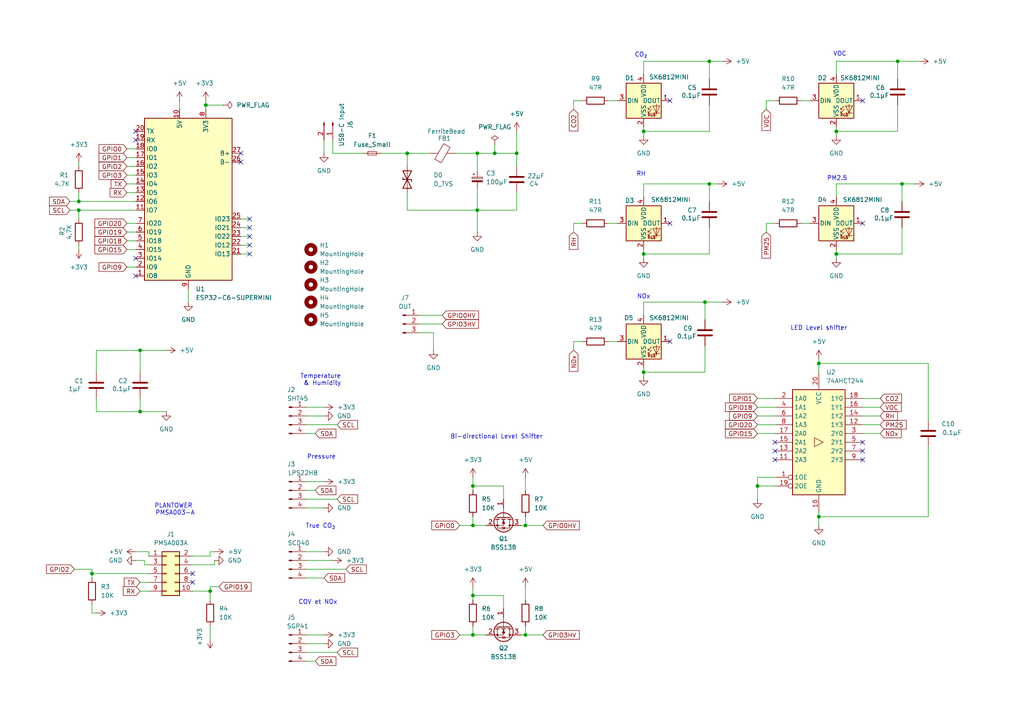
<source format=kicad_sch>
(kicad_sch (version 20250114) (generator "eeschema") (generator_version "9.0")
  (paper "A4")
  (text "VOC" (at 243.586 15.748 0) (effects (font (size 1.27 1.27))))
  (text "Pressure" (at 93.218 132.588 0) (effects (font (size 1.27 1.27))))
  (text "True CO₂" (at 92.964 152.654 0) (effects (font (size 1.27 1.27))))
  (text "Temperature \n& Humidity" (at 93.472 110.236 0) (effects (font (size 1.27 1.27))))
  (text "LED Level shifter" (at 237.49 95.25 0) (effects (font (size 1.27 1.27))))
  (text "CO₂" (at 185.928 16.002 0) (effects (font (size 1.27 1.27))))
  (text "PM2.5" (at 242.824 51.816 0) (effects (font (size 1.27 1.27))))
  (text "PLANTOWER \nPMSA003-A" (at 50.8 147.828 0) (effects (font (size 1.27 1.27))))
  (text "Bi-directional Level Shifter" (at 144.018 126.746 0) (effects (font (size 1.27 1.27))))
  (text "RH" (at 185.928 50.546 0) (effects (font (size 1.27 1.27))))
  (text "NOx" (at 186.69 86.106 0) (effects (font (size 1.27 1.27))))
  (text "COV et NOx" (at 92.202 174.752 0) (effects (font (size 1.27 1.27))))
  (junction (at 152.4 152.4))
  (junction (at 137.16 172.72))
  (junction (at 242.57 73.66))
  (junction (at 138.43 44.45))
  (junction (at 186.69 38.1))
  (junction (at 59.69 30.48))
  (junction (at 40.64 101.6))
  (junction (at 138.43 60.96))
  (junction (at 22.86 60.96))
  (junction (at 137.16 184.15))
  (junction (at 237.49 149.86))
  (junction (at 22.86 58.42))
  (junction (at 143.51 44.45))
  (junction (at 40.64 119.38))
  (junction (at 242.57 38.1))
  (junction (at 118.11 44.45))
  (junction (at 186.69 73.66))
  (junction (at 26.67 166.37))
  (junction (at 204.47 87.63))
  (junction (at 205.74 17.78))
  (junction (at 237.49 105.41))
  (junction (at 261.62 53.34))
  (junction (at 219.71 140.97))
  (junction (at 152.4 184.15))
  (junction (at 186.69 107.95))
  (junction (at 60.96 171.45))
  (junction (at 137.16 152.4))
  (junction (at 260.35 17.78))
  (junction (at 137.16 140.97))
  (junction (at 149.86 44.45))
  (junction (at 205.74 53.34))
  (no_connect (at 194.31 99.06))
  (no_connect (at 224.79 133.35))
  (no_connect (at 224.79 128.27))
  (no_connect (at 55.88 168.91))
  (no_connect (at 72.39 71.12))
  (no_connect (at 224.79 130.81))
  (no_connect (at 194.31 64.77))
  (no_connect (at 69.85 46.99))
  (no_connect (at 250.19 130.81))
  (no_connect (at 55.88 166.37))
  (no_connect (at 72.39 66.04))
  (no_connect (at 72.39 68.58))
  (no_connect (at 250.19 133.35))
  (no_connect (at 39.37 38.1))
  (no_connect (at 194.31 29.21))
  (no_connect (at 39.37 40.64))
  (no_connect (at 69.85 44.45))
  (no_connect (at 39.37 74.93))
  (no_connect (at 72.39 63.5))
  (no_connect (at 250.19 64.77))
  (no_connect (at 250.19 128.27))
  (no_connect (at 39.37 80.01))
  (no_connect (at 72.39 73.66))
  (no_connect (at 250.19 29.21))
  (wire (pts (xy 133.35 152.4) (xy 137.16 152.4)))
  (wire (pts (xy 149.86 44.45) (xy 143.51 44.45)))
  (wire (pts (xy 140.97 184.15) (xy 137.16 184.15)))
  (wire (pts (xy 143.51 41.91) (xy 143.51 44.45)))
  (wire (pts (xy 138.43 49.53) (xy 138.43 44.45)))
  (wire (pts (xy 88.9 139.7) (xy 93.98 139.7)))
  (wire (pts (xy 88.9 123.19) (xy 97.79 123.19)))
  (wire (pts (xy 151.13 184.15) (xy 152.4 184.15)))
  (wire (pts (xy 88.9 191.77) (xy 91.44 191.77)))
  (wire (pts (xy 260.35 17.78) (xy 266.7 17.78)))
  (wire (pts (xy 26.67 166.37) (xy 26.67 167.64)))
  (wire (pts (xy 204.47 107.95) (xy 186.69 107.95)))
  (wire (pts (xy 205.74 66.04) (xy 205.74 73.66)))
  (wire (pts (xy 22.86 55.88) (xy 22.86 58.42)))
  (wire (pts (xy 261.62 53.34) (xy 265.43 53.34)))
  (wire (pts (xy 219.71 125.73) (xy 224.79 125.73)))
  (wire (pts (xy 36.83 67.31) (xy 39.37 67.31)))
  (wire (pts (xy 96.52 40.64) (xy 96.52 44.45)))
  (wire (pts (xy 269.24 121.92) (xy 269.24 105.41)))
  (wire (pts (xy 269.24 105.41) (xy 237.49 105.41)))
  (wire (pts (xy 146.05 176.53) (xy 146.05 172.72)))
  (wire (pts (xy 22.86 60.96) (xy 39.37 60.96)))
  (wire (pts (xy 242.57 38.1) (xy 242.57 39.37)))
  (wire (pts (xy 26.67 166.37) (xy 43.18 166.37)))
  (wire (pts (xy 205.74 17.78) (xy 209.55 17.78)))
  (wire (pts (xy 222.25 29.21) (xy 224.79 29.21)))
  (wire (pts (xy 88.9 167.64) (xy 93.98 167.64)))
  (wire (pts (xy 140.97 152.4) (xy 137.16 152.4)))
  (wire (pts (xy 152.4 184.15) (xy 152.4 181.61)))
  (wire (pts (xy 88.9 184.15) (xy 93.98 184.15)))
  (wire (pts (xy 237.49 105.41) (xy 237.49 107.95)))
  (wire (pts (xy 41.91 162.56) (xy 39.37 162.56)))
  (wire (pts (xy 219.71 140.97) (xy 219.71 144.78)))
  (wire (pts (xy 137.16 152.4) (xy 137.16 149.86)))
  (wire (pts (xy 138.43 54.61) (xy 138.43 60.96)))
  (wire (pts (xy 88.9 162.56) (xy 96.52 162.56)))
  (wire (pts (xy 186.69 87.63) (xy 204.47 87.63)))
  (wire (pts (xy 40.64 101.6) (xy 48.26 101.6)))
  (wire (pts (xy 205.74 53.34) (xy 205.74 58.42)))
  (wire (pts (xy 149.86 48.26) (xy 149.86 44.45)))
  (wire (pts (xy 21.59 165.1) (xy 26.67 165.1)))
  (wire (pts (xy 186.69 72.39) (xy 186.69 73.66)))
  (wire (pts (xy 242.57 53.34) (xy 261.62 53.34)))
  (wire (pts (xy 121.92 96.52) (xy 125.73 96.52)))
  (wire (pts (xy 204.47 87.63) (xy 209.55 87.63)))
  (wire (pts (xy 143.51 44.45) (xy 138.43 44.45)))
  (wire (pts (xy 186.69 53.34) (xy 186.69 57.15)))
  (wire (pts (xy 137.16 172.72) (xy 137.16 173.99)))
  (wire (pts (xy 69.85 73.66) (xy 72.39 73.66)))
  (wire (pts (xy 222.25 64.77) (xy 224.79 64.77)))
  (wire (pts (xy 36.83 53.34) (xy 39.37 53.34)))
  (wire (pts (xy 41.91 163.83) (xy 41.91 162.56)))
  (wire (pts (xy 168.91 99.06) (xy 166.37 99.06)))
  (wire (pts (xy 40.64 171.45) (xy 43.18 171.45)))
  (wire (pts (xy 118.11 60.96) (xy 138.43 60.96)))
  (wire (pts (xy 138.43 67.31) (xy 138.43 60.96)))
  (wire (pts (xy 121.92 93.98) (xy 128.27 93.98)))
  (wire (pts (xy 242.57 73.66) (xy 242.57 74.93)))
  (wire (pts (xy 186.69 91.44) (xy 186.69 87.63)))
  (wire (pts (xy 219.71 138.43) (xy 219.71 140.97)))
  (wire (pts (xy 27.94 119.38) (xy 27.94 115.57)))
  (wire (pts (xy 36.83 72.39) (xy 39.37 72.39)))
  (wire (pts (xy 62.23 163.83) (xy 62.23 162.56)))
  (wire (pts (xy 260.35 38.1) (xy 242.57 38.1)))
  (wire (pts (xy 60.96 170.18) (xy 63.5 170.18)))
  (wire (pts (xy 186.69 17.78) (xy 205.74 17.78)))
  (wire (pts (xy 43.18 161.29) (xy 43.18 160.02)))
  (wire (pts (xy 110.49 44.45) (xy 118.11 44.45)))
  (wire (pts (xy 146.05 144.78) (xy 146.05 140.97)))
  (wire (pts (xy 40.64 119.38) (xy 27.94 119.38)))
  (wire (pts (xy 242.57 36.83) (xy 242.57 38.1)))
  (wire (pts (xy 60.96 171.45) (xy 60.96 170.18)))
  (wire (pts (xy 36.83 45.72) (xy 39.37 45.72)))
  (wire (pts (xy 133.35 184.15) (xy 137.16 184.15)))
  (wire (pts (xy 186.69 38.1) (xy 186.69 39.37)))
  (wire (pts (xy 138.43 60.96) (xy 149.86 60.96)))
  (wire (pts (xy 137.16 138.43) (xy 137.16 140.97)))
  (wire (pts (xy 22.86 71.12) (xy 22.86 72.39)))
  (wire (pts (xy 88.9 125.73) (xy 91.44 125.73)))
  (wire (pts (xy 261.62 73.66) (xy 242.57 73.66)))
  (wire (pts (xy 118.11 44.45) (xy 118.11 48.26)))
  (wire (pts (xy 186.69 107.95) (xy 186.69 109.22)))
  (wire (pts (xy 260.35 17.78) (xy 260.35 22.86)))
  (wire (pts (xy 64.77 30.48) (xy 59.69 30.48)))
  (wire (pts (xy 204.47 92.71) (xy 204.47 87.63)))
  (wire (pts (xy 40.64 115.57) (xy 40.64 119.38)))
  (wire (pts (xy 20.32 58.42) (xy 22.86 58.42)))
  (wire (pts (xy 242.57 17.78) (xy 260.35 17.78)))
  (wire (pts (xy 205.74 38.1) (xy 186.69 38.1)))
  (wire (pts (xy 125.73 96.52) (xy 125.73 101.6)))
  (wire (pts (xy 27.94 177.8) (xy 26.67 177.8)))
  (wire (pts (xy 242.57 72.39) (xy 242.57 73.66)))
  (wire (pts (xy 22.86 58.42) (xy 39.37 58.42)))
  (wire (pts (xy 88.9 147.32) (xy 93.98 147.32)))
  (wire (pts (xy 149.86 38.1) (xy 149.86 44.45)))
  (wire (pts (xy 186.69 106.68) (xy 186.69 107.95)))
  (wire (pts (xy 88.9 160.02) (xy 93.98 160.02)))
  (wire (pts (xy 168.91 64.77) (xy 166.37 64.77)))
  (wire (pts (xy 43.18 160.02) (xy 39.37 160.02)))
  (wire (pts (xy 261.62 53.34) (xy 261.62 58.42)))
  (wire (pts (xy 36.83 50.8) (xy 39.37 50.8)))
  (wire (pts (xy 69.85 63.5) (xy 72.39 63.5)))
  (wire (pts (xy 146.05 172.72) (xy 137.16 172.72)))
  (wire (pts (xy 176.53 29.21) (xy 179.07 29.21)))
  (wire (pts (xy 152.4 138.43) (xy 152.4 142.24)))
  (wire (pts (xy 27.94 101.6) (xy 40.64 101.6)))
  (wire (pts (xy 242.57 57.15) (xy 242.57 53.34)))
  (wire (pts (xy 152.4 152.4) (xy 152.4 149.86)))
  (wire (pts (xy 22.86 60.96) (xy 22.86 63.5)))
  (wire (pts (xy 40.64 101.6) (xy 40.64 107.95)))
  (wire (pts (xy 137.16 140.97) (xy 137.16 142.24)))
  (wire (pts (xy 186.69 21.59) (xy 186.69 17.78)))
  (wire (pts (xy 222.25 31.75) (xy 222.25 29.21)))
  (wire (pts (xy 219.71 120.65) (xy 224.79 120.65)))
  (wire (pts (xy 176.53 99.06) (xy 179.07 99.06)))
  (wire (pts (xy 261.62 66.04) (xy 261.62 73.66)))
  (wire (pts (xy 205.74 53.34) (xy 186.69 53.34)))
  (wire (pts (xy 55.88 163.83) (xy 62.23 163.83)))
  (wire (pts (xy 152.4 184.15) (xy 157.48 184.15)))
  (wire (pts (xy 55.88 161.29) (xy 60.96 161.29)))
  (wire (pts (xy 166.37 64.77) (xy 166.37 67.31)))
  (wire (pts (xy 69.85 71.12) (xy 72.39 71.12)))
  (wire (pts (xy 224.79 140.97) (xy 219.71 140.97)))
  (wire (pts (xy 41.91 163.83) (xy 43.18 163.83)))
  (wire (pts (xy 250.19 118.11) (xy 255.27 118.11)))
  (wire (pts (xy 204.47 100.33) (xy 204.47 107.95)))
  (wire (pts (xy 60.96 161.29) (xy 60.96 160.02)))
  (wire (pts (xy 137.16 170.18) (xy 137.16 172.72)))
  (wire (pts (xy 36.83 55.88) (xy 39.37 55.88)))
  (wire (pts (xy 132.08 44.45) (xy 138.43 44.45)))
  (wire (pts (xy 250.19 123.19) (xy 255.27 123.19)))
  (wire (pts (xy 20.32 60.96) (xy 22.86 60.96)))
  (wire (pts (xy 224.79 138.43) (xy 219.71 138.43)))
  (wire (pts (xy 60.96 171.45) (xy 60.96 173.99)))
  (wire (pts (xy 69.85 68.58) (xy 72.39 68.58)))
  (wire (pts (xy 59.69 29.21) (xy 59.69 30.48)))
  (wire (pts (xy 88.9 189.23) (xy 97.79 189.23)))
  (wire (pts (xy 69.85 66.04) (xy 72.39 66.04)))
  (wire (pts (xy 219.71 118.11) (xy 224.79 118.11)))
  (wire (pts (xy 237.49 148.59) (xy 237.49 149.86)))
  (wire (pts (xy 52.07 29.21) (xy 52.07 31.75)))
  (wire (pts (xy 93.98 40.64) (xy 93.98 44.45)))
  (wire (pts (xy 222.25 67.31) (xy 222.25 64.77)))
  (wire (pts (xy 59.69 30.48) (xy 59.69 31.75)))
  (wire (pts (xy 137.16 184.15) (xy 137.16 181.61)))
  (wire (pts (xy 176.53 64.77) (xy 179.07 64.77)))
  (wire (pts (xy 88.9 120.65) (xy 93.98 120.65)))
  (wire (pts (xy 36.83 77.47) (xy 39.37 77.47)))
  (wire (pts (xy 186.69 36.83) (xy 186.69 38.1)))
  (wire (pts (xy 205.74 22.86) (xy 205.74 17.78)))
  (wire (pts (xy 121.92 91.44) (xy 128.27 91.44)))
  (wire (pts (xy 186.69 73.66) (xy 186.69 74.93)))
  (wire (pts (xy 250.19 115.57) (xy 255.27 115.57)))
  (wire (pts (xy 219.71 115.57) (xy 224.79 115.57)))
  (wire (pts (xy 232.41 29.21) (xy 234.95 29.21)))
  (wire (pts (xy 168.91 29.21) (xy 166.37 29.21)))
  (wire (pts (xy 208.28 53.34) (xy 205.74 53.34)))
  (wire (pts (xy 269.24 129.54) (xy 269.24 149.86)))
  (wire (pts (xy 166.37 29.21) (xy 166.37 31.75)))
  (wire (pts (xy 26.67 165.1) (xy 26.67 166.37)))
  (wire (pts (xy 88.9 142.24) (xy 91.44 142.24)))
  (wire (pts (xy 48.26 119.38) (xy 40.64 119.38)))
  (wire (pts (xy 205.74 30.48) (xy 205.74 38.1)))
  (wire (pts (xy 36.83 48.26) (xy 39.37 48.26)))
  (wire (pts (xy 152.4 152.4) (xy 157.48 152.4)))
  (wire (pts (xy 55.88 171.45) (xy 60.96 171.45)))
  (wire (pts (xy 237.49 104.14) (xy 237.49 105.41)))
  (wire (pts (xy 151.13 152.4) (xy 152.4 152.4)))
  (wire (pts (xy 269.24 149.86) (xy 237.49 149.86)))
  (wire (pts (xy 88.9 144.78) (xy 97.79 144.78)))
  (wire (pts (xy 60.96 181.61) (xy 60.96 185.42)))
  (wire (pts (xy 36.83 64.77) (xy 39.37 64.77)))
  (wire (pts (xy 219.71 123.19) (xy 224.79 123.19)))
  (wire (pts (xy 260.35 30.48) (xy 260.35 38.1)))
  (wire (pts (xy 26.67 177.8) (xy 26.67 175.26)))
  (wire (pts (xy 22.86 46.99) (xy 22.86 48.26)))
  (wire (pts (xy 152.4 170.18) (xy 152.4 173.99)))
  (wire (pts (xy 60.96 160.02) (xy 62.23 160.02)))
  (wire (pts (xy 36.83 69.85) (xy 39.37 69.85)))
  (wire (pts (xy 88.9 118.11) (xy 93.98 118.11)))
  (wire (pts (xy 88.9 165.1) (xy 100.33 165.1)))
  (wire (pts (xy 250.19 120.65) (xy 255.27 120.65)))
  (wire (pts (xy 232.41 64.77) (xy 234.95 64.77)))
  (wire (pts (xy 237.49 149.86) (xy 237.49 152.4)))
  (wire (pts (xy 242.57 21.59) (xy 242.57 17.78)))
  (wire (pts (xy 250.19 125.73) (xy 255.27 125.73)))
  (wire (pts (xy 96.52 44.45) (xy 105.41 44.45)))
  (wire (pts (xy 118.11 55.88) (xy 118.11 60.96)))
  (wire (pts (xy 40.64 168.91) (xy 43.18 168.91)))
  (wire (pts (xy 36.83 43.18) (xy 39.37 43.18)))
  (wire (pts (xy 54.61 83.82) (xy 54.61 87.63)))
  (wire (pts (xy 27.94 107.95) (xy 27.94 101.6)))
  (wire (pts (xy 205.74 73.66) (xy 186.69 73.66)))
  (wire (pts (xy 149.86 55.88) (xy 149.86 60.96)))
  (wire (pts (xy 88.9 186.69) (xy 93.98 186.69)))
  (wire (pts (xy 146.05 140.97) (xy 137.16 140.97)))
  (wire (pts (xy 166.37 99.06) (xy 166.37 101.6)))
  (wire (pts (xy 118.11 44.45) (xy 124.46 44.45)))
  (global_label "GPIO2" (shape input) (at 36.83 48.26 180) (property "Intersheetrefs" "${INTERSHEET_REFS}" (effects (hide yes))))
  (global_label "SCL" (shape input) (at 97.79 189.23 0) (property "Intersheetrefs" "${INTERSHEET_REFS}" (effects (hide yes))))
  (global_label "SDA" (shape input) (at 91.44 125.73 0) (property "Intersheetrefs" "${INTERSHEET_REFS}" (effects (hide yes))))
  (global_label "RX" (shape input) (at 40.64 171.45 180) (property "Intersheetrefs" "${INTERSHEET_REFS}" (effects (hide yes))))
  (global_label "PM25" (shape input) (at 222.25 67.31 270) (property "Intersheetrefs" "${INTERSHEET_REFS}" (effects (hide yes))))
  (global_label "GPIO19" (shape input) (at 36.83 67.31 180) (property "Intersheetrefs" "${INTERSHEET_REFS}" (effects (hide yes))))
  (global_label "GPIO9" (shape input) (at 36.83 77.47 180) (property "Intersheetrefs" "${INTERSHEET_REFS}" (effects (hide yes))))
  (global_label "GPIO1" (shape input) (at 219.71 115.57 180) (property "Intersheetrefs" "${INTERSHEET_REFS}" (effects (hide yes))))
  (global_label "VOC" (shape input) (at 222.25 31.75 270) (property "Intersheetrefs" "${INTERSHEET_REFS}" (effects (hide yes))))
  (global_label "SCL" (shape input) (at 100.33 165.1 0) (property "Intersheetrefs" "${INTERSHEET_REFS}" (effects (hide yes))))
  (global_label "GPIO3HV" (shape input) (at 157.48 184.15 0) (property "Intersheetrefs" "${INTERSHEET_REFS}" (effects (hide yes))))
  (global_label "RX" (shape input) (at 36.83 55.88 180) (property "Intersheetrefs" "${INTERSHEET_REFS}" (effects (hide yes))))
  (global_label "SDA" (shape input) (at 91.44 191.77 0) (property "Intersheetrefs" "${INTERSHEET_REFS}" (effects (hide yes))))
  (global_label "GPIO0" (shape input) (at 133.35 152.4 180) (property "Intersheetrefs" "${INTERSHEET_REFS}" (effects (hide yes))))
  (global_label "GPIO0HV" (shape input) (at 157.48 152.4 0) (property "Intersheetrefs" "${INTERSHEET_REFS}" (effects (hide yes))))
  (global_label "SCL" (shape input) (at 97.79 123.19 0) (property "Intersheetrefs" "${INTERSHEET_REFS}" (effects (hide yes))))
  (global_label "GPIO15" (shape input) (at 219.71 125.73 180) (property "Intersheetrefs" "${INTERSHEET_REFS}" (effects (hide yes))))
  (global_label "PM25" (shape input) (at 255.27 123.19 0) (property "Intersheetrefs" "${INTERSHEET_REFS}" (effects (hide yes))))
  (global_label "GPIO18" (shape input) (at 36.83 69.85 180) (property "Intersheetrefs" "${INTERSHEET_REFS}" (effects (hide yes))))
  (global_label "TX" (shape input) (at 36.83 53.34 180) (property "Intersheetrefs" "${INTERSHEET_REFS}" (effects (hide yes))))
  (global_label "NOx" (shape input) (at 255.27 125.73 0) (property "Intersheetrefs" "${INTERSHEET_REFS}" (effects (hide yes))))
  (global_label "GPIO19" (shape input) (at 63.5 170.18 0) (property "Intersheetrefs" "${INTERSHEET_REFS}" (effects (hide yes))))
  (global_label "GPIO20" (shape input) (at 36.83 64.77 180) (property "Intersheetrefs" "${INTERSHEET_REFS}" (effects (hide yes))))
  (global_label "GPIO2" (shape input) (at 21.59 165.1 180) (property "Intersheetrefs" "${INTERSHEET_REFS}" (effects (hide yes))))
  (global_label "RH" (shape input) (at 166.37 67.31 270) (property "Intersheetrefs" "${INTERSHEET_REFS}" (effects (hide yes))))
  (global_label "CO2" (shape input) (at 166.37 31.75 270) (property "Intersheetrefs" "${INTERSHEET_REFS}" (effects (hide yes))))
  (global_label "VOC" (shape input) (at 255.27 118.11 0) (property "Intersheetrefs" "${INTERSHEET_REFS}" (effects (hide yes))))
  (global_label "SCL" (shape input) (at 97.79 144.78 0) (property "Intersheetrefs" "${INTERSHEET_REFS}" (effects (hide yes))))
  (global_label "SDA" (shape input) (at 93.98 167.64 0) (property "Intersheetrefs" "${INTERSHEET_REFS}" (effects (hide yes))))
  (global_label "RH" (shape input) (at 255.27 120.65 0) (property "Intersheetrefs" "${INTERSHEET_REFS}" (effects (hide yes))))
  (global_label "GPIO15" (shape input) (at 36.83 72.39 180) (property "Intersheetrefs" "${INTERSHEET_REFS}" (effects (hide yes))))
  (global_label "GPIO3HV" (shape input) (at 128.27 93.98 0) (property "Intersheetrefs" "${INTERSHEET_REFS}" (effects (hide yes))))
  (global_label "GPIO1" (shape input) (at 36.83 45.72 180) (property "Intersheetrefs" "${INTERSHEET_REFS}" (effects (hide yes))))
  (global_label "GPIO18" (shape input) (at 219.71 118.11 180) (property "Intersheetrefs" "${INTERSHEET_REFS}" (effects (hide yes))))
  (global_label "GPIO9" (shape input) (at 219.71 120.65 180) (property "Intersheetrefs" "${INTERSHEET_REFS}" (effects (hide yes))))
  (global_label "CO2" (shape input) (at 255.27 115.57 0) (property "Intersheetrefs" "${INTERSHEET_REFS}" (effects (hide yes))))
  (global_label "GPIO20" (shape input) (at 219.71 123.19 180) (property "Intersheetrefs" "${INTERSHEET_REFS}" (effects (hide yes))))
  (global_label "TX" (shape input) (at 40.64 168.91 180) (property "Intersheetrefs" "${INTERSHEET_REFS}" (effects (hide yes))))
  (global_label "GPIO0HV" (shape input) (at 128.27 91.44 0) (property "Intersheetrefs" "${INTERSHEET_REFS}" (effects (hide yes))))
  (global_label "GPIO3" (shape input) (at 133.35 184.15 180) (property "Intersheetrefs" "${INTERSHEET_REFS}" (effects (hide yes))))
  (global_label "NOx" (shape input) (at 166.37 101.6 270) (property "Intersheetrefs" "${INTERSHEET_REFS}" (effects (hide yes))))
  (global_label "SDA" (shape input) (at 20.32 58.42 180) (property "Intersheetrefs" "${INTERSHEET_REFS}" (effects (hide yes))))
  (global_label "GPIO3" (shape input) (at 36.83 50.8 180) (property "Intersheetrefs" "${INTERSHEET_REFS}" (effects (hide yes))))
  (global_label "SDA" (shape input) (at 91.44 142.24 0) (property "Intersheetrefs" "${INTERSHEET_REFS}" (effects (hide yes))))
  (global_label "SCL" (shape input) (at 20.32 60.96 180) (property "Intersheetrefs" "${INTERSHEET_REFS}" (effects (hide yes))))
  (global_label "GPIO0" (shape input) (at 36.83 43.18 180) (property "Intersheetrefs" "${INTERSHEET_REFS}" (effects (hide yes))))
  (symbol (lib_id "power:+5V") (at 265.43 53.34 270) (unit 1)
    (property "Reference" "#PWR041" (effects (hide yes)))
    (property "Value" "+5V" (at 269.24 53.3399 90) (effects (justify left)))
    (property "Description" "Power symbol creates a global label with name \"+5V\"" (effects (hide yes)))
  )
  (symbol (lib_id "Transistor_FET:BSS138") (at 146.05 149.86 270) (unit 1)
    (property "Reference" "Q1" (at 146.05 156.21 90))
    (property "Value" "BSS138" (at 146.05 158.75 90))
    (property "Footprint" "Package_TO_SOT_SMD:SOT-23" (effects (hide yes)))
    (property "Datasheet" "https://www.onsemi.com/pub/Collateral/BSS138-D.PDF" (effects (hide yes)))
    (property "Description" "50V Vds, 0.22A Id, N-Channel MOSFET, SOT-23" (effects (hide yes)))
  )
  (symbol (lib_id "power:+3V3") (at 96.52 162.56 270) (unit 1)
    (property "Reference" "#PWR022" (effects (hide yes)))
    (property "Value" "+3V3" (at 100.33 162.5599 90) (effects (justify left)))
    (property "Description" "Power symbol creates a global label with name \"+3V3\"" (effects (hide yes)))
  )
  (symbol (lib_id "power:GND") (at 242.57 74.93 0) (unit 1)
    (property "Reference" "#PWR039" (effects (hide yes)))
    (property "Value" "GND" (at 242.57 80.01 0))
    (property "Description" "Power symbol creates a global label with name \"GND\" , ground" (effects (hide yes)))
  )
  (symbol (lib_id "power:+3V3") (at 93.98 139.7 270) (unit 1)
    (property "Reference" "#PWR017" (effects (hide yes)))
    (property "Value" "+3V3" (at 97.79 139.6999 90) (effects (justify left)))
    (property "Description" "Power symbol creates a global label with name \"+3V3\"" (effects (hide yes)))
  )
  (symbol (lib_id "power:GND") (at 54.61 87.63 0) (unit 1)
    (property "Reference" "#PWR09" (effects (hide yes)))
    (property "Value" "GND" (at 54.61 92.71 0))
    (property "Description" "Power symbol creates a global label with name \"GND\" , ground" (effects (hide yes)))
  )
  (symbol (lib_id "power:GND") (at 62.23 162.56 90) (unit 1)
    (property "Reference" "#PWR013" (effects (hide yes)))
    (property "Value" "GND" (at 66.04 162.5599 90) (effects (justify right)))
    (property "Description" "Power symbol creates a global label with name \"GND\" , ground" (effects (hide yes)))
  )
  (symbol (lib_id "Connector:Conn_01x03_Pin") (at 116.84 93.98 0) (unit 1)
    (property "Reference" "J7" (at 117.475 86.36 0))
    (property "Value" "OUT" (at 117.475 88.9 0))
    (property "Footprint" "Connector_PinHeader_2.54mm:PinHeader_1x03_P2.54mm_Vertical" (effects (hide yes)))
    (property "Description" "Generic connector, single row, 01x03, script generated" (effects (hide yes)))
  )
  (symbol (lib_id "power:GND") (at 93.98 120.65 90) (unit 1)
    (property "Reference" "#PWR016" (effects (hide yes)))
    (property "Value" "GND" (at 97.79 120.6499 90) (effects (justify right)))
    (property "Description" "Power symbol creates a global label with name \"GND\" , ground" (effects (hide yes)))
  )
  (symbol (lib_id "Device:R") (at 137.16 146.05 0) (unit 1)
    (property "Reference" "R5" (at 139.7 144.7799 0) (effects (justify left)))
    (property "Value" "10K" (at 139.7 147.3199 0) (effects (justify left)))
    (property "Footprint" "Resistor_SMD:R_0805_2012Metric" (effects (hide yes)))
    (property "Description" "Resistor" (effects (hide yes)))
  )
  (symbol (lib_id "Device:R") (at 137.16 177.8 0) (unit 1)
    (property "Reference" "R6" (at 139.7 176.5299 0) (effects (justify left)))
    (property "Value" "10K" (at 139.7 179.0699 0) (effects (justify left)))
    (property "Footprint" "Resistor_SMD:R_0805_2012Metric" (effects (hide yes)))
    (property "Description" "Resistor" (effects (hide yes)))
  )
  (symbol (lib_id "power:+5V") (at 266.7 17.78 270) (unit 1)
    (property "Reference" "#PWR036" (effects (hide yes)))
    (property "Value" "+5V" (at 270.51 17.7799 90) (effects (justify left)))
    (property "Description" "Power symbol creates a global label with name \"+5V\"" (effects (hide yes)))
  )
  (symbol (lib_id "Mechanical:MountingHole") (at 90.17 82.55 0) (unit 1) (in_bom no)
    (property "Reference" "H3" (at 92.71 81.2799 0) (effects (justify left)))
    (property "Value" "MountingHole" (at 92.71 83.8199 0) (effects (justify left)))
    (property "Footprint" "MountingHole:MountingHole_2.2mm_M2" (effects (hide yes)))
    (property "Description" "Mounting Hole without connection" (effects (hide yes)))
  )
  (symbol (lib_id "power:+3V3") (at 27.94 177.8 270) (unit 1)
    (property "Reference" "#PWR03" (effects (hide yes)))
    (property "Value" "+3V3" (at 31.75 177.7999 90) (effects (justify left)))
    (property "Description" "Power symbol creates a global label with name \"+3V3\"" (effects (hide yes)))
  )
  (symbol (lib_id "power:GND") (at 138.43 67.31 0) (unit 1)
    (property "Reference" "#PWR026" (effects (hide yes)))
    (property "Value" "GND" (at 138.43 72.39 0))
    (property "Description" "Power symbol creates a global label with name \"GND\" , ground" (effects (hide yes)))
  )
  (symbol (lib_id "power:GND") (at 219.71 144.78 0) (unit 1)
    (property "Reference" "#PWR035" (effects (hide yes)))
    (property "Value" "GND" (at 219.71 149.86 0))
    (property "Description" "Power symbol creates a global label with name \"GND\" , ground" (effects (hide yes)))
  )
  (symbol (lib_id "power:+3V3") (at 22.86 46.99 0) (unit 1)
    (property "Reference" "#PWR01" (effects (hide yes)))
    (property "Value" "+3V3" (at 22.86 41.91 0))
    (property "Description" "Power symbol creates a global label with name \"+3V3\"" (effects (hide yes)))
  )
  (symbol (lib_id "power:+5V") (at 149.86 38.1 0) (unit 1)
    (property "Reference" "#PWR027" (effects (hide yes)))
    (property "Value" "+5V" (at 149.86 33.02 0))
    (property "Description" "Power symbol creates a global label with name \"+5V\"" (effects (hide yes)))
  )
  (symbol (lib_id "Device:C_Polarized_Small") (at 138.43 52.07 0) (unit 1)
    (property "Reference" "C3" (at 140.97 50.2538 0) (effects (justify left)))
    (property "Value" "100µF" (at 140.97 52.7938 0) (effects (justify left)))
    (property "Footprint" "Capacitor_SMD:CP_Elec_6.3x5.9" (effects (hide yes)))
    (property "Description" "Polarized capacitor, small symbol" (effects (hide yes)))
  )
  (symbol (lib_id "Device:C") (at 27.94 111.76 0) (unit 1)
    (property "Reference" "C1" (at 21.59 110.49 0) (effects (justify left)))
    (property "Value" "1µF" (at 19.812 112.776 0) (effects (justify left)))
    (property "Footprint" "Capacitor_SMD:C_1206_3216Metric" (effects (hide yes)))
    (property "Description" "Unpolarized capacitor" (effects (hide yes)))
  )
  (symbol (lib_id "Device:C") (at 261.62 62.23 0) (unit 1)
    (property "Reference" "C8" (at 255.27 60.96 0) (effects (justify left)))
    (property "Value" "0.1µF" (at 253.492 63.246 0) (effects (justify left)))
    (property "Footprint" "Capacitor_SMD:C_0805_2012Metric" (effects (hide yes)))
    (property "Description" "Unpolarized capacitor" (effects (hide yes)))
  )
  (symbol (lib_id "Connector:Conn_01x02_Pin") (at 96.52 35.56 270) (unit 1)
    (property "Reference" "J6" (at 101.6 36.195 0))
    (property "Value" "USB-C Input" (at 99.06 36.195 0))
    (property "Footprint" "Connector_PinHeader_2.54mm:PinHeader_1x02_P2.54mm_Vertical" (effects (hide yes)))
    (property "Description" "Generic connector, single row, 01x02, script generated" (effects (hide yes)))
  )
  (symbol (lib_id "power:GND") (at 242.57 39.37 0) (unit 1)
    (property "Reference" "#PWR031" (effects (hide yes)))
    (property "Value" "GND" (at 242.57 44.45 0))
    (property "Description" "Power symbol creates a global label with name \"GND\" , ground" (effects (hide yes)))
  )
  (symbol (lib_id "Device:R") (at 22.86 52.07 0) (unit 1)
    (property "Reference" "R1" (at 17.272 50.8 0) (effects (justify left)))
    (property "Value" "4.7K" (at 15.748 53.34 0) (effects (justify left)))
    (property "Footprint" "Resistor_SMD:R_0805_2012Metric" (effects (hide yes)))
    (property "Description" "Resistor" (effects (hide yes)))
  )
  (symbol (lib_id "Device:C") (at 205.74 26.67 0) (unit 1)
    (property "Reference" "C5" (at 199.39 25.4 0) (effects (justify left)))
    (property "Value" "0.1µF" (at 197.612 27.686 0) (effects (justify left)))
    (property "Footprint" "Capacitor_SMD:C_0805_2012Metric" (effects (hide yes)))
    (property "Description" "Unpolarized capacitor" (effects (hide yes)))
  )
  (symbol (lib_id "power:GND") (at 93.98 44.45 0) (unit 1)
    (property "Reference" "#PWR014" (effects (hide yes)))
    (property "Value" "GND" (at 93.98 49.53 0))
    (property "Description" "Power symbol creates a global label with name \"GND\" , ground" (effects (hide yes)))
  )
  (symbol (lib_id "Mechanical:MountingHole") (at 90.17 77.47 0) (unit 1) (in_bom no)
    (property "Reference" "H2" (at 92.71 76.1999 0) (effects (justify left)))
    (property "Value" "MountingHole" (at 92.71 78.7399 0) (effects (justify left)))
    (property "Footprint" "MountingHole:MountingHole_2.2mm_M2" (effects (hide yes)))
    (property "Description" "Mounting Hole without connection" (effects (hide yes)))
  )
  (symbol (lib_id "Device:R") (at 228.6 64.77 90) (unit 1)
    (property "Reference" "R12" (at 228.6 58.42 90))
    (property "Value" "47R" (at 228.6 60.96 90))
    (property "Footprint" "Resistor_SMD:R_0805_2012Metric" (effects (hide yes)))
    (property "Description" "Resistor" (effects (hide yes)))
  )
  (symbol (lib_id "power:+5V") (at 237.49 104.14 0) (unit 1)
    (property "Reference" "#PWR037" (effects (hide yes)))
    (property "Value" "+5V" (at 237.49 99.06 0))
    (property "Description" "Power symbol creates a global label with name \"+5V\"" (effects (hide yes)))
  )
  (symbol (lib_id "LED:SK6812MINI") (at 242.57 29.21 0) (unit 1)
    (property "Reference" "D2" (at 238.506 22.606 0))
    (property "Value" "SK6812MINI" (at 249.428 22.606 0))
    (property "Footprint" "LED_SMD:LED_SK6812MINI_PLCC4_3.5x3.5mm_P1.75mm" (effects (hide yes)))
    (property "Datasheet" "https://cdn-shop.adafruit.com/product-files/2686/SK6812MINI_REV.01-1-2.pdf" (effects (hide yes)))
    (property "Description" "RGB LED with integrated controller" (effects (hide yes)))
  )
  (symbol (lib_id "power:+5V") (at 209.55 87.63 270) (unit 1)
    (property "Reference" "#PWR042" (effects (hide yes)))
    (property "Value" "+5V" (at 213.36 87.6299 90) (effects (justify left)))
    (property "Description" "Power symbol creates a global label with name \"+5V\"" (effects (hide yes)))
  )
  (symbol (lib_id "Device:R") (at 228.6 29.21 90) (unit 1)
    (property "Reference" "R10" (at 228.6 22.86 90))
    (property "Value" "47R" (at 228.6 25.4 90))
    (property "Footprint" "Resistor_SMD:R_0805_2012Metric" (effects (hide yes)))
    (property "Description" "Resistor" (effects (hide yes)))
  )
  (symbol (lib_id "Mechanical:MountingHole") (at 90.17 72.39 0) (unit 1) (in_bom no)
    (property "Reference" "H1" (at 92.71 71.1199 0) (effects (justify left)))
    (property "Value" "MountingHole" (at 92.71 73.6599 0) (effects (justify left)))
    (property "Footprint" "MountingHole:MountingHole_2.2mm_M2" (effects (hide yes)))
    (property "Description" "Mounting Hole without connection" (effects (hide yes)))
  )
  (symbol (lib_id "LED:SK6812MINI") (at 242.57 64.77 0) (unit 1)
    (property "Reference" "D4" (at 238.506 57.912 0))
    (property "Value" "SK6812MINI" (at 250.19 57.912 0))
    (property "Footprint" "LED_SMD:LED_SK6812MINI_PLCC4_3.5x3.5mm_P1.75mm" (effects (hide yes)))
    (property "Datasheet" "https://cdn-shop.adafruit.com/product-files/2686/SK6812MINI_REV.01-1-2.pdf" (effects (hide yes)))
    (property "Description" "RGB LED with integrated controller" (effects (hide yes)))
  )
  (symbol (lib_id "Connector:Conn_01x04_Pin") (at 83.82 142.24 0) (unit 1)
    (property "Reference" "J3" (at 84.455 134.62 0))
    (property "Value" "LPS22HB" (at 87.884 137.16 0))
    (property "Footprint" "esp32-h2-supermini:LPS22HB-Breakout" (effects (hide yes)))
    (property "Description" "Generic connector, single row, 01x04, script generated" (effects (hide yes)))
  )
  (symbol (lib_id "power:+3V3") (at 93.98 184.15 270) (unit 1)
    (property "Reference" "#PWR020" (effects (hide yes)))
    (property "Value" "+3V3" (at 97.79 184.1499 90) (effects (justify left)))
    (property "Description" "Power symbol creates a global label with name \"+3V3\"" (effects (hide yes)))
  )
  (symbol (lib_id "power:GND") (at 93.98 186.69 90) (unit 1)
    (property "Reference" "#PWR021" (effects (hide yes)))
    (property "Value" "GND" (at 97.79 186.6899 90) (effects (justify right)))
    (property "Description" "Power symbol creates a global label with name \"GND\" , ground" (effects (hide yes)))
  )
  (symbol (lib_id "power:PWR_FLAG") (at 143.51 41.91 0) (unit 1)
    (property "Reference" "#FLG01" (effects (hide yes)))
    (property "Value" "PWR_FLAG" (at 143.51 36.83 0))
    (property "Description" "Special symbol for telling ERC where power comes from" (effects (hide yes)))
  )
  (symbol (lib_id "power:GND") (at 125.73 101.6 0) (unit 1)
    (property "Reference" "#PWR023" (effects (hide yes)))
    (property "Value" "GND" (at 125.73 106.68 0))
    (property "Description" "Power symbol creates a global label with name \"GND\" , ground" (effects (hide yes)))
  )
  (symbol (lib_id "power:GND") (at 186.69 74.93 0) (unit 1)
    (property "Reference" "#PWR032" (effects (hide yes)))
    (property "Value" "GND" (at 186.69 80.01 0))
    (property "Description" "Power symbol creates a global label with name \"GND\" , ground" (effects (hide yes)))
  )
  (symbol (lib_id "Device:C") (at 149.86 52.07 180) (unit 1)
    (property "Reference" "C4" (at 156.21 53.34 0) (effects (justify left)))
    (property "Value" "22µF" (at 157.988 51.054 0) (effects (justify left)))
    (property "Footprint" "Capacitor_SMD:C_0805_2012Metric" (effects (hide yes)))
    (property "Description" "Unpolarized capacitor" (effects (hide yes)))
  )
  (symbol (lib_id "Device:FerriteBead") (at 128.27 44.45 270) (unit 1)
    (property "Reference" "FB1" (at 127 40.132 90) (effects (justify left)))
    (property "Value" "FerriteBead" (at 123.952 38.1 90) (effects (justify left)))
    (property "Footprint" "Inductor_SMD:L_1206_3216Metric" (effects (hide yes)))
    (property "Description" "Ferrite bead" (effects (hide yes)))
  )
  (symbol (lib_id "Device:Fuse_Small") (at 107.95 44.45 0) (unit 1)
    (property "Reference" "F1" (at 107.95 39.37 0))
    (property "Value" "Fuse_Small" (at 107.95 41.91 0))
    (property "Footprint" "Fuse:Fuse_1206_3216Metric" (effects (hide yes)))
    (property "Description" "Fuse, small symbol" (effects (hide yes)))
  )
  (symbol (lib_id "Device:R") (at 60.96 177.8 0) (unit 1)
    (property "Reference" "R4" (at 63.5 176.5299 0) (effects (justify left)))
    (property "Value" "10K" (at 63.5 179.0699 0) (effects (justify left)))
    (property "Footprint" "Resistor_SMD:R_0805_2012Metric" (effects (hide yes)))
    (property "Description" "Resistor" (effects (hide yes)))
  )
  (symbol (lib_id "74xx:74AHCT244") (at 237.49 128.27 0) (unit 1)
    (property "Reference" "U2" (at 239.6333 107.95 0) (effects (justify left)))
    (property "Value" "74AHCT244" (at 239.6333 110.49 0) (effects (justify left)))
    (property "Footprint" "Package_SO:SOIC-20W_7.5x12.8mm_P1.27mm" (effects (hide yes)))
    (property "Datasheet" "https://assets.nexperia.com/documents/data-sheet/74AHC_AHCT244.pdf" (effects (hide yes)))
    (property "Description" "8-bit Buffer/Line Driver 3-state" (effects (hide yes)))
  )
  (symbol (lib_id "power:+5V") (at 152.4 170.18 0) (unit 1)
    (property "Reference" "#PWR029" (effects (hide yes)))
    (property "Value" "+5V" (at 152.4 165.1 0))
    (property "Description" "Power symbol creates a global label with name \"+5V\"" (effects (hide yes)))
  )
  (symbol (lib_id "Device:C") (at 269.24 125.73 0) (unit 1)
    (property "Reference" "C10" (at 273.05 122.936 0) (effects (justify left)))
    (property "Value" "0.1µF" (at 273.304 125.476 0) (effects (justify left)))
    (property "Footprint" "Capacitor_SMD:C_0805_2012Metric" (effects (hide yes)))
    (property "Description" "Unpolarized capacitor" (effects (hide yes)))
  )
  (symbol (lib_id "power:+3V3") (at 137.16 170.18 0) (unit 1)
    (property "Reference" "#PWR025" (effects (hide yes)))
    (property "Value" "+3V3" (at 137.16 165.1 0))
    (property "Description" "Power symbol creates a global label with name \"+3V3\"" (effects (hide yes)))
  )
  (symbol (lib_id "power:+3V3") (at 22.86 72.39 180) (unit 1)
    (property "Reference" "#PWR02" (effects (hide yes)))
    (property "Value" "+3V3" (at 22.86 77.47 0))
    (property "Description" "Power symbol creates a global label with name \"+3V3\"" (effects (hide yes)))
  )
  (symbol (lib_id "Device:C") (at 40.64 111.76 0) (unit 1)
    (property "Reference" "C2" (at 34.29 110.49 0) (effects (justify left)))
    (property "Value" "0.1µF" (at 32.512 112.776 0) (effects (justify left)))
    (property "Footprint" "Capacitor_SMD:C_0805_2012Metric" (effects (hide yes)))
    (property "Description" "Unpolarized capacitor" (effects (hide yes)))
  )
  (symbol (lib_id "Device:C") (at 204.47 96.52 0) (unit 1)
    (property "Reference" "C9" (at 198.12 95.25 0) (effects (justify left)))
    (property "Value" "0.1µF" (at 196.342 97.536 0) (effects (justify left)))
    (property "Footprint" "Capacitor_SMD:C_0805_2012Metric" (effects (hide yes)))
    (property "Description" "Unpolarized capacitor" (effects (hide yes)))
  )
  (symbol (lib_id "Mechanical:MountingHole") (at 90.17 87.63 0) (unit 1) (in_bom no)
    (property "Reference" "H4" (at 92.71 86.3599 0) (effects (justify left)))
    (property "Value" "MountingHole" (at 92.71 88.8999 0) (effects (justify left)))
    (property "Footprint" "MountingHole:MountingHole_2.2mm_M2" (effects (hide yes)))
    (property "Description" "Mounting Hole without connection" (effects (hide yes)))
  )
  (symbol (lib_id "Device:R") (at 22.86 67.31 0) (unit 1)
    (property "Reference" "R2" (at 18.034 67.056 90))
    (property "Value" "4.7K" (at 20.066 67.31 90))
    (property "Footprint" "Resistor_SMD:R_0805_2012Metric" (effects (hide yes)))
    (property "Description" "Resistor" (effects (hide yes)))
  )
  (symbol (lib_id "Device:R") (at 172.72 99.06 90) (unit 1)
    (property "Reference" "R13" (at 172.72 92.71 90))
    (property "Value" "47R" (at 172.72 95.25 90))
    (property "Footprint" "Resistor_SMD:R_0805_2012Metric" (effects (hide yes)))
    (property "Description" "Resistor" (effects (hide yes)))
  )
  (symbol (lib_id "LED:SK6812MINI") (at 186.69 99.06 0) (unit 1)
    (property "Reference" "D5" (at 182.372 92.202 0))
    (property "Value" "SK6812MINI" (at 194.056 92.202 0))
    (property "Footprint" "LED_SMD:LED_SK6812MINI_PLCC4_3.5x3.5mm_P1.75mm" (effects (hide yes)))
    (property "Datasheet" "https://cdn-shop.adafruit.com/product-files/2686/SK6812MINI_REV.01-1-2.pdf" (effects (hide yes)))
    (property "Description" "RGB LED with integrated controller" (effects (hide yes)))
  )
  (symbol (lib_id "Mechanical:MountingHole") (at 90.17 92.71 0) (unit 1) (in_bom no)
    (property "Reference" "H5" (at 92.71 91.4399 0) (effects (justify left)))
    (property "Value" "MountingHole" (at 92.71 93.9799 0) (effects (justify left)))
    (property "Footprint" "MountingHole:MountingHole_2.2mm_M2" (effects (hide yes)))
    (property "Description" "Mounting Hole without connection" (effects (hide yes)))
  )
  (symbol (lib_id "power:+3V3") (at 137.16 138.43 0) (unit 1)
    (property "Reference" "#PWR024" (effects (hide yes)))
    (property "Value" "+3V3" (at 137.16 133.35 0))
    (property "Description" "Power symbol creates a global label with name \"+3V3\"" (effects (hide yes)))
  )
  (symbol (lib_id "power:PWR_FLAG") (at 64.77 30.48 270) (unit 1)
    (property "Reference" "#FLG02" (effects (hide yes)))
    (property "Value" "PWR_FLAG" (at 68.58 30.4799 90) (effects (justify left)))
    (property "Description" "Special symbol for telling ERC where power comes from" (effects (hide yes)))
  )
  (symbol (lib_id "Connector:Conn_01x04_Pin") (at 83.82 162.56 0) (unit 1)
    (property "Reference" "J4" (at 84.455 154.94 0))
    (property "Value" "SCD40" (at 86.614 157.48 0))
    (property "Footprint" "esp32-h2-supermini:SCD40-Breakout" (effects (hide yes)))
    (property "Description" "Generic connector, single row, 01x04, script generated" (effects (hide yes)))
  )
  (symbol (lib_id "power:+5V") (at 208.28 53.34 270) (unit 1)
    (property "Reference" "#PWR034" (effects (hide yes)))
    (property "Value" "+5V" (at 212.09 53.3399 90) (effects (justify left)))
    (property "Description" "Power symbol creates a global label with name \"+5V\"" (effects (hide yes)))
  )
  (symbol (lib_id "Device:D_TVS") (at 118.11 52.07 90) (unit 1)
    (property "Reference" "D0" (at 125.73 50.7999 90) (effects (justify right)))
    (property "Value" "D_TVS" (at 125.73 53.3399 90) (effects (justify right)))
    (property "Footprint" "Diode_SMD:D_SMB" (effects (hide yes)))
    (property "Description" "Bidirectional transient-voltage-suppression diode" (effects (hide yes)))
  )
  (symbol (lib_id "power:+3V3") (at 60.96 185.42 180) (unit 1)
    (property "Reference" "#PWR011" (effects (hide yes)))
    (property "Value" "+3V3" (at 57.912 182.118 90) (effects (justify left)))
    (property "Description" "Power symbol creates a global label with name \"+3V3\"" (effects (hide yes)))
  )
  (symbol (lib_id "power:GND") (at 93.98 147.32 90) (unit 1)
    (property "Reference" "#PWR018" (effects (hide yes)))
    (property "Value" "GND" (at 97.79 147.3199 90) (effects (justify right)))
    (property "Description" "Power symbol creates a global label with name \"GND\" , ground" (effects (hide yes)))
  )
  (symbol (lib_id "LED:SK6812MINI") (at 186.69 64.77 0) (unit 1)
    (property "Reference" "D3" (at 182.626 58.166 0))
    (property "Value" "SK6812MINI" (at 194.564 57.912 0))
    (property "Footprint" "LED_SMD:LED_SK6812MINI_PLCC4_3.5x3.5mm_P1.75mm" (effects (hide yes)))
    (property "Datasheet" "https://cdn-shop.adafruit.com/product-files/2686/SK6812MINI_REV.01-1-2.pdf" (effects (hide yes)))
    (property "Description" "RGB LED with integrated controller" (effects (hide yes)))
  )
  (symbol (lib_id "LED:SK6812MINI") (at 186.69 29.21 0) (unit 1)
    (property "Reference" "D1" (at 182.626 22.606 0))
    (property "Value" "SK6812MINI" (at 194.056 22.352 0))
    (property "Footprint" "LED_SMD:LED_SK6812MINI_PLCC4_3.5x3.5mm_P1.75mm" (effects (hide yes)))
    (property "Datasheet" "https://cdn-shop.adafruit.com/product-files/2686/SK6812MINI_REV.01-1-2.pdf" (effects (hide yes)))
    (property "Description" "RGB LED with integrated controller" (effects (hide yes)))
  )
  (symbol (lib_id "power:GND") (at 186.69 39.37 0) (unit 1)
    (property "Reference" "#PWR030" (effects (hide yes)))
    (property "Value" "GND" (at 186.69 44.45 0))
    (property "Description" "Power symbol creates a global label with name \"GND\" , ground" (effects (hide yes)))
  )
  (symbol (lib_id "power:GND") (at 48.26 119.38 0) (unit 1)
    (property "Reference" "#PWR07" (effects (hide yes)))
    (property "Value" "GND" (at 48.26 124.46 0))
    (property "Description" "Power symbol creates a global label with name \"GND\" , ground" (effects (hide yes)))
  )
  (symbol (lib_id "ESP32-C6FH4-SuperMini:ESP32-C6FH4-SuperMini") (at 54.61 57.15 0) (unit 1)
    (property "Reference" "U1" (at 56.7533 83.82 0) (effects (justify left)))
    (property "Value" "ESP32-C6-SUPERMINI" (at 56.7533 86.36 0) (effects (justify left)))
    (property "Footprint" "esp32-h2-supermini:ESP32C6-Supermini" (effects (hide yes)))
    (property "Datasheet" "https://www.espressif.com/sites/default/files/documentation/esp32-h2_datasheet_en.pdf" (effects (hide yes)))
    (property "Description" "\"RF Module, ESP32-H2 SoC, Bluetooth 5.2 (LE), IEEE 802.15.4, 32-bit, 3.3V, SMD, onboard antenna.\"" (effects (hide yes)))
  )
  (symbol (lib_id "power:+3V3") (at 93.98 118.11 270) (unit 1)
    (property "Reference" "#PWR015" (effects (hide yes)))
    (property "Value" "+3V3" (at 97.79 118.1099 90) (effects (justify left)))
    (property "Description" "Power symbol creates a global label with name \"+3V3\"" (effects (hide yes)))
  )
  (symbol (lib_id "Connector_Generic:Conn_02x05_Odd_Even") (at 48.26 166.37 0) (unit 1)
    (property "Reference" "J1" (at 49.53 154.94 0))
    (property "Value" "PMSA003A" (at 49.53 157.48 0))
    (property "Footprint" "esp32-h2-supermini:PLANTOWER_PMSA003-A" (effects (hide yes)))
    (property "Description" "Generic connector, double row, 02x05, odd/even pin numbering scheme (row 1 odd numbers, row 2 even numbers), script generated (kicad-library-utils/schlib/autogen/connector/)" (effects (hide yes)))
  )
  (symbol (lib_id "power:GND") (at 39.37 162.56 270) (unit 1)
    (property "Reference" "#PWR05" (effects (hide yes)))
    (property "Value" "GND" (at 35.56 162.5599 90) (effects (justify right)))
    (property "Description" "Power symbol creates a global label with name \"GND\" , ground" (effects (hide yes)))
  )
  (symbol (lib_id "Device:R") (at 172.72 29.21 90) (unit 1)
    (property "Reference" "R9" (at 172.72 22.86 90))
    (property "Value" "47R" (at 172.72 25.4 90))
    (property "Footprint" "Resistor_SMD:R_0805_2012Metric" (effects (hide yes)))
    (property "Description" "Resistor" (effects (hide yes)))
  )
  (symbol (lib_id "Device:R") (at 152.4 177.8 0) (unit 1)
    (property "Reference" "R8" (at 154.94 176.5299 0) (effects (justify left)))
    (property "Value" "10K" (at 154.94 179.0699 0) (effects (justify left)))
    (property "Footprint" "Resistor_SMD:R_0805_2012Metric" (effects (hide yes)))
    (property "Description" "Resistor" (effects (hide yes)))
  )
  (symbol (lib_id "Connector:Conn_01x04_Pin") (at 83.82 120.65 0) (unit 1)
    (property "Reference" "J2" (at 84.455 113.03 0))
    (property "Value" "SHT45" (at 86.36 115.57 0))
    (property "Footprint" "esp32-h2-supermini:SHT45-Breakout" (effects (hide yes)))
    (property "Description" "Generic connector, single row, 01x04, script generated" (effects (hide yes)))
  )
  (symbol (lib_id "Device:R") (at 172.72 64.77 90) (unit 1)
    (property "Reference" "R11" (at 172.72 58.42 90))
    (property "Value" "47R" (at 172.72 60.96 90))
    (property "Footprint" "Resistor_SMD:R_0805_2012Metric" (effects (hide yes)))
    (property "Description" "Resistor" (effects (hide yes)))
  )
  (symbol (lib_id "Device:R") (at 152.4 146.05 0) (unit 1)
    (property "Reference" "R7" (at 154.94 144.7799 0) (effects (justify left)))
    (property "Value" "10K" (at 154.94 147.3199 0) (effects (justify left)))
    (property "Footprint" "Resistor_SMD:R_0805_2012Metric" (effects (hide yes)))
    (property "Description" "Resistor" (effects (hide yes)))
  )
  (symbol (lib_id "power:+5V") (at 152.4 138.43 0) (unit 1)
    (property "Reference" "#PWR028" (effects (hide yes)))
    (property "Value" "+5V" (at 152.4 133.35 0))
    (property "Description" "Power symbol creates a global label with name \"+5V\"" (effects (hide yes)))
  )
  (symbol (lib_id "power:+5V") (at 209.55 17.78 270) (unit 1)
    (property "Reference" "#PWR033" (effects (hide yes)))
    (property "Value" "+5V" (at 213.36 17.7799 90) (effects (justify left)))
    (property "Description" "Power symbol creates a global label with name \"+5V\"" (effects (hide yes)))
  )
  (symbol (lib_id "Transistor_FET:BSS138") (at 146.05 181.61 270) (unit 1)
    (property "Reference" "Q2" (at 146.05 187.96 90))
    (property "Value" "BSS138" (at 146.05 190.5 90))
    (property "Footprint" "Package_TO_SOT_SMD:SOT-23" (effects (hide yes)))
    (property "Datasheet" "https://www.onsemi.com/pub/Collateral/BSS138-D.PDF" (effects (hide yes)))
    (property "Description" "50V Vds, 0.22A Id, N-Channel MOSFET, SOT-23" (effects (hide yes)))
  )
  (symbol (lib_id "Device:C") (at 260.35 26.67 0) (unit 1)
    (property "Reference" "C6" (at 254 25.4 0) (effects (justify left)))
    (property "Value" "0.1µF" (at 252.222 27.686 0) (effects (justify left)))
    (property "Footprint" "Capacitor_SMD:C_0805_2012Metric" (effects (hide yes)))
    (property "Description" "Unpolarized capacitor" (effects (hide yes)))
  )
  (symbol (lib_id "power:+5V") (at 48.26 101.6 270) (unit 1)
    (property "Reference" "#PWR06" (effects (hide yes)))
    (property "Value" "+5V" (at 52.07 101.5999 90) (effects (justify left)))
    (property "Description" "Power symbol creates a global label with name \"+5V\"" (effects (hide yes)))
  )
  (symbol (lib_id "power:+3V3") (at 59.69 29.21 0) (unit 1)
    (property "Reference" "#PWR010" (effects (hide yes)))
    (property "Value" "+3V3" (at 56.642 24.13 0) (effects (justify left)))
    (property "Description" "Power symbol creates a global label with name \"+3V3\"" (effects (hide yes)))
  )
  (symbol (lib_id "power:+5V") (at 39.37 160.02 90) (unit 1)
    (property "Reference" "#PWR04" (effects (hide yes)))
    (property "Value" "+5V" (at 35.56 160.0199 90) (effects (justify left)))
    (property "Description" "Power symbol creates a global label with name \"+5V\"" (effects (hide yes)))
  )
  (symbol (lib_id "Connector:Conn_01x04_Pin") (at 83.82 186.69 0) (unit 1)
    (property "Reference" "J5" (at 84.455 179.07 0))
    (property "Value" "SGP41" (at 86.36 181.61 0))
    (property "Footprint" "esp32-h2-supermini:SGP41-Breakout" (effects (hide yes)))
    (property "Description" "Generic connector, single row, 01x04, script generated" (effects (hide yes)))
  )
  (symbol (lib_id "power:GND") (at 186.69 109.22 0) (unit 1)
    (property "Reference" "#PWR040" (effects (hide yes)))
    (property "Value" "GND" (at 186.69 114.3 0))
    (property "Description" "Power symbol creates a global label with name \"GND\" , ground" (effects (hide yes)))
  )
  (symbol (lib_id "power:+5V") (at 62.23 160.02 270) (unit 1)
    (property "Reference" "#PWR012" (effects (hide yes)))
    (property "Value" "+5V" (at 66.04 160.0199 90) (effects (justify left)))
    (property "Description" "Power symbol creates a global label with name \"+5V\"" (effects (hide yes)))
  )
  (symbol (lib_id "Device:R") (at 26.67 171.45 0) (unit 1)
    (property "Reference" "R3" (at 29.21 170.1799 0) (effects (justify left)))
    (property "Value" "10K" (at 29.21 172.7199 0) (effects (justify left)))
    (property "Footprint" "Resistor_SMD:R_0805_2012Metric" (effects (hide yes)))
    (property "Description" "Resistor" (effects (hide yes)))
  )
  (symbol (lib_id "power:GND") (at 93.98 160.02 90) (unit 1)
    (property "Reference" "#PWR019" (effects (hide yes)))
    (property "Value" "GND" (at 97.79 160.0199 90) (effects (justify right)))
    (property "Description" "Power symbol creates a global label with name \"GND\" , ground" (effects (hide yes)))
  )
  (symbol (lib_id "Device:C") (at 205.74 62.23 0) (unit 1)
    (property "Reference" "C7" (at 199.39 60.96 0) (effects (justify left)))
    (property "Value" "0.1µF" (at 197.612 63.246 0) (effects (justify left)))
    (property "Footprint" "Capacitor_SMD:C_0805_2012Metric" (effects (hide yes)))
    (property "Description" "Unpolarized capacitor" (effects (hide yes)))
  )
  (symbol (lib_id "power:+5V") (at 52.07 29.21 0) (unit 1)
    (property "Reference" "#PWR08" (effects (hide yes)))
    (property "Value" "+5V" (at 52.07 24.13 0))
    (property "Description" "Power symbol creates a global label with name \"+5V\"" (effects (hide yes)))
  )
  (symbol (lib_id "power:GND") (at 237.49 152.4 0) (unit 1)
    (property "Reference" "#PWR038" (effects (hide yes)))
    (property "Value" "GND" (at 237.49 157.48 0))
    (property "Description" "Power symbol creates a global label with name \"GND\" , ground" (effects (hide yes)))
  )
)
</source>
